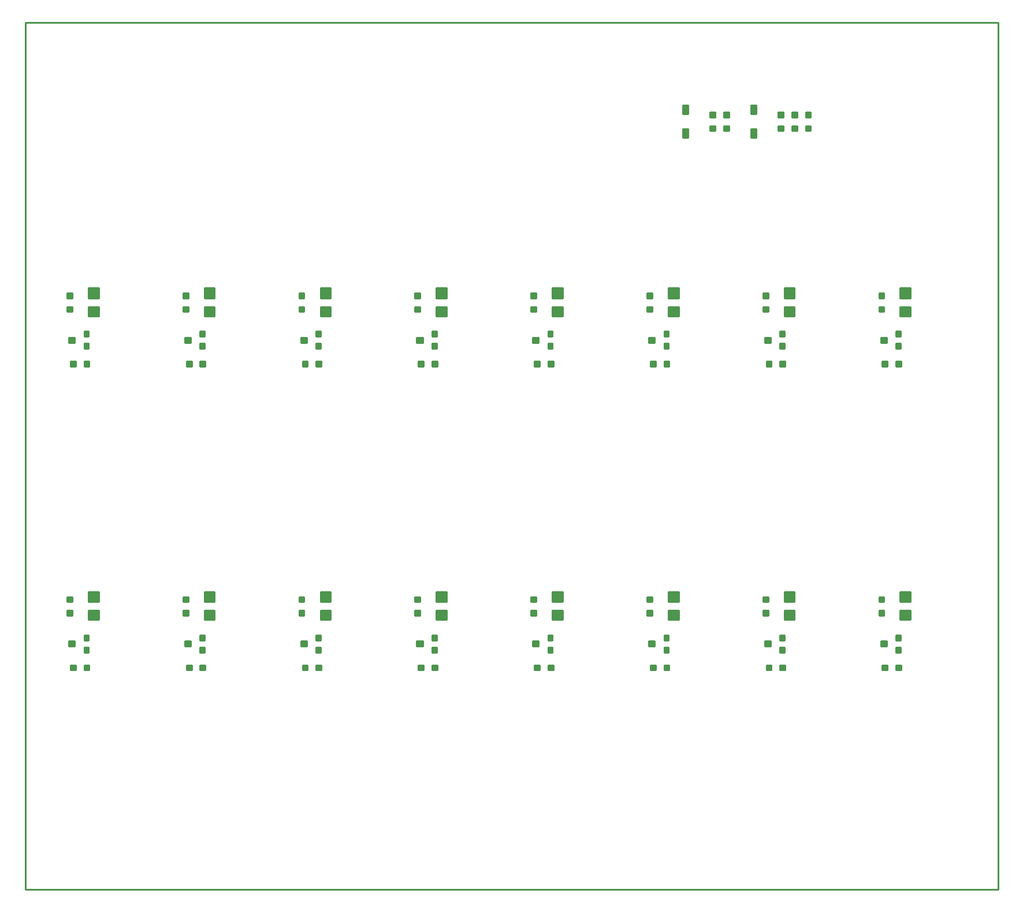
<source format=gbr>
*
*
G04 PADS Layout (Build Number 2005.266.2) generated Gerber (RS-274-X) file*
G04 PC Version=2.1*
*
%IN "cecs_module_relay_1031."*%
*
%MOMM*%
*
%FSLAX35Y35*%
*
*
*
*
G04 PC Standard Apertures*
*
*
G04 Thermal Relief Aperture macro.*
%AMTER*
1,1,$1,0,0*
1,0,$1-$2,0,0*
21,0,$3,$4,0,0,45*
21,0,$3,$4,0,0,135*
%
*
*
G04 Annular Aperture macro.*
%AMANN*
1,1,$1,0,0*
1,0,$2,0,0*
%
*
*
G04 Odd Aperture macro.*
%AMODD*
1,1,$1,0,0*
1,0,$1-0.005,0,0*
%
*
*
G04 PC Custom Aperture Macros*
*
*
*
*
*
*
G04 PC Aperture Table*
*
%ADD058C,0.254*%
*
*
*
*
G04 PC Custom Flashes*
G04 Layer Name cecs_module_relay_1031. - flashes*
%LPD*%
*
*
G04 PC Circuitry*
G04 Layer Name cecs_module_relay_1031. - circuitry*
%LPD*%
*
G54D58*
G01X35512300Y24087300D02*
Y24012700D01*
X35437700*
Y24087300*
X35512300*
X35437700Y24012700D02*
X35512300D01*
X35437700Y24038100D02*
X35512300D01*
X35437700Y24063500D02*
X35512300D01*
X35458400Y24012700D02*
Y24087300D01*
X35483800Y24012700D02*
Y24087300D01*
X35509200Y24012700D02*
Y24087300D01*
X35512300Y23812700D02*
Y23887300D01*
X35437700*
Y23812700*
X35512300*
X35437700D02*
X35512300D01*
X35437700Y23838100D02*
X35512300D01*
X35437700Y23863500D02*
X35512300D01*
X35458400Y23812700D02*
Y23887300D01*
X35483800Y23812700D02*
Y23887300D01*
X35509200Y23812700D02*
Y23887300D01*
X35712300Y24087300D02*
Y24012700D01*
X35637700*
Y24087300*
X35712300*
X35637700Y24012700D02*
X35712300D01*
X35637700Y24038100D02*
X35712300D01*
X35637700Y24063500D02*
X35712300D01*
X35661600Y24012700D02*
Y24087300D01*
X35687000Y24012700D02*
Y24087300D01*
X35712300Y23812700D02*
Y23887300D01*
X35637700*
Y23812700*
X35712300*
X35637700D02*
X35712300D01*
X35637700Y23838100D02*
X35712300D01*
X35637700Y23863500D02*
X35712300D01*
X35661600Y23812700D02*
Y23887300D01*
X35687000Y23812700D02*
Y23887300D01*
X36512300Y24087300D02*
Y24012700D01*
X36437700*
Y24087300*
X36512300*
X36437700Y24012700D02*
X36512300D01*
X36437700Y24038100D02*
X36512300D01*
X36437700Y24063500D02*
X36512300D01*
X36449000Y24012700D02*
Y24087300D01*
X36474400Y24012700D02*
Y24087300D01*
X36499800Y24012700D02*
Y24087300D01*
X36512300Y23812700D02*
Y23887300D01*
X36437700*
Y23812700*
X36512300*
X36437700D02*
X36512300D01*
X36437700Y23838100D02*
X36512300D01*
X36437700Y23863500D02*
X36512300D01*
X36449000Y23812700D02*
Y23887300D01*
X36474400Y23812700D02*
Y23887300D01*
X36499800Y23812700D02*
Y23887300D01*
X36712300Y24087300D02*
Y24012700D01*
X36637700*
Y24087300*
X36712300*
X36637700Y24012700D02*
X36712300D01*
X36637700Y24038100D02*
X36712300D01*
X36637700Y24063500D02*
X36712300D01*
X36652200Y24012700D02*
Y24087300D01*
X36677600Y24012700D02*
Y24087300D01*
X36703000Y24012700D02*
Y24087300D01*
X36712300Y23812700D02*
Y23887300D01*
X36637700*
Y23812700*
X36712300*
X36637700D02*
X36712300D01*
X36637700Y23838100D02*
X36712300D01*
X36637700Y23863500D02*
X36712300D01*
X36652200Y23812700D02*
Y23887300D01*
X36677600Y23812700D02*
Y23887300D01*
X36703000Y23812700D02*
Y23887300D01*
X36912300Y24087300D02*
Y24012700D01*
X36837700*
Y24087300*
X36912300*
X36837700Y24012700D02*
X36912300D01*
X36837700Y24038100D02*
X36912300D01*
X36837700Y24063500D02*
X36912300D01*
X36855400Y24012700D02*
Y24087300D01*
X36880800Y24012700D02*
Y24087300D01*
X36906200Y24012700D02*
Y24087300D01*
X36912300Y23812700D02*
Y23887300D01*
X36837700*
Y23812700*
X36912300*
X36837700D02*
X36912300D01*
X36837700Y23838100D02*
X36912300D01*
X36837700Y23863500D02*
X36912300D01*
X36855400Y23812700D02*
Y23887300D01*
X36880800Y23812700D02*
Y23887300D01*
X36906200Y23812700D02*
Y23887300D01*
X36037700Y23712700D02*
Y23837300D01*
X36112300*
Y23712700*
X36037700*
X36112300*
X36037700Y23738100D02*
X36112300D01*
X36037700Y23763500D02*
X36112300D01*
X36037700Y23788900D02*
X36112300D01*
X36037700Y23814300D02*
X36112300D01*
X36042600Y23712700D02*
Y23837300D01*
X36068000Y23712700D02*
Y23837300D01*
X36093400Y23712700D02*
Y23837300D01*
X36037700Y24187300D02*
Y24062700D01*
X36112300*
Y24187300*
X36037700*
Y24062700D02*
X36112300D01*
X36037700Y24088100D02*
X36112300D01*
X36037700Y24113500D02*
X36112300D01*
X36037700Y24138900D02*
X36112300D01*
X36037700Y24164300D02*
X36112300D01*
X36042600Y24062700D02*
Y24187300D01*
X36068000Y24062700D02*
Y24187300D01*
X36093400Y24062700D02*
Y24187300D01*
X35037700Y23712700D02*
Y23837300D01*
X35112300*
Y23712700*
X35037700*
X35112300*
X35037700Y23738100D02*
X35112300D01*
X35037700Y23763500D02*
X35112300D01*
X35037700Y23788900D02*
X35112300D01*
X35037700Y23814300D02*
X35112300D01*
X35052000Y23712700D02*
Y23837300D01*
X35077400Y23712700D02*
Y23837300D01*
X35102800Y23712700D02*
Y23837300D01*
X35037700Y24187300D02*
Y24062700D01*
X35112300*
Y24187300*
X35037700*
Y24062700D02*
X35112300D01*
X35037700Y24088100D02*
X35112300D01*
X35037700Y24113500D02*
X35112300D01*
X35037700Y24138900D02*
X35112300D01*
X35037700Y24164300D02*
X35112300D01*
X35052000Y24062700D02*
Y24187300D01*
X35077400Y24062700D02*
Y24187300D01*
X35102800Y24062700D02*
Y24187300D01*
X26037700Y16262700D02*
Y16337300D01*
X26124800*
Y16262700*
X26037700*
X26124800*
X26037700Y16288100D02*
X26124800D01*
X26037700Y16313500D02*
X26124800D01*
X26060400Y16262700D02*
Y16337300D01*
X26085800Y16262700D02*
Y16337300D01*
X26111200Y16262700D02*
Y16337300D01*
X26263500Y16173000D02*
Y16249200D01*
X26327000*
Y16173000*
X26263500*
X26327000*
X26263500Y16198400D02*
X26327000D01*
X26263500Y16223800D02*
X26327000D01*
X26263500Y16249200D02*
X26327000D01*
X26263600Y16173000D02*
Y16249200D01*
X26289000Y16173000D02*
Y16249200D01*
X26314400Y16173000D02*
Y16249200D01*
X26263500Y16350800D02*
Y16427000D01*
X26327000*
Y16350800*
X26263500*
X26327000*
X26263500Y16376200D02*
X26327000D01*
X26263500Y16401600D02*
X26327000D01*
X26263500Y16427000D02*
X26327000D01*
X26263600Y16350800D02*
Y16427000D01*
X26289000Y16350800D02*
Y16427000D01*
X26314400Y16350800D02*
Y16427000D01*
X32837700Y20712700D02*
Y20787300D01*
X32924800*
Y20712700*
X32837700*
X32924800*
X32837700Y20738100D02*
X32924800D01*
X32837700Y20763500D02*
X32924800D01*
X32842200Y20712700D02*
Y20787300D01*
X32867600Y20712700D02*
Y20787300D01*
X32893000Y20712700D02*
Y20787300D01*
X32918400Y20712700D02*
Y20787300D01*
X33063500Y20623000D02*
Y20699200D01*
X33127000*
Y20623000*
X33063500*
X33127000*
X33063500Y20648400D02*
X33127000D01*
X33063500Y20673800D02*
X33127000D01*
X33063500Y20699200D02*
X33127000D01*
X33070800Y20623000D02*
Y20699200D01*
X33096200Y20623000D02*
Y20699200D01*
X33121600Y20623000D02*
Y20699200D01*
X33063500Y20800800D02*
Y20877000D01*
X33127000*
Y20800800*
X33063500*
X33127000*
X33063500Y20826200D02*
X33127000D01*
X33063500Y20851600D02*
X33127000D01*
X33063500Y20877000D02*
X33127000D01*
X33070800Y20800800D02*
Y20877000D01*
X33096200Y20800800D02*
Y20877000D01*
X33121600Y20800800D02*
Y20877000D01*
X34537700Y16262700D02*
Y16337300D01*
X34624800*
Y16262700*
X34537700*
X34624800*
X34537700Y16288100D02*
X34624800D01*
X34537700Y16313500D02*
X34624800D01*
X34544000Y16262700D02*
Y16337300D01*
X34569400Y16262700D02*
Y16337300D01*
X34594800Y16262700D02*
Y16337300D01*
X34620200Y16262700D02*
Y16337300D01*
X34763500Y16173000D02*
Y16249200D01*
X34827000*
Y16173000*
X34763500*
X34827000*
X34763500Y16198400D02*
X34827000D01*
X34763500Y16223800D02*
X34827000D01*
X34763500Y16249200D02*
X34827000D01*
X34772600Y16173000D02*
Y16249200D01*
X34798000Y16173000D02*
Y16249200D01*
X34823400Y16173000D02*
Y16249200D01*
X34763500Y16350800D02*
Y16427000D01*
X34827000*
Y16350800*
X34763500*
X34827000*
X34763500Y16376200D02*
X34827000D01*
X34763500Y16401600D02*
X34827000D01*
X34763500Y16427000D02*
X34827000D01*
X34772600Y16350800D02*
Y16427000D01*
X34798000Y16350800D02*
Y16427000D01*
X34823400Y16350800D02*
Y16427000D01*
X34537700Y20712700D02*
Y20787300D01*
X34624800*
Y20712700*
X34537700*
X34624800*
X34537700Y20738100D02*
X34624800D01*
X34537700Y20763500D02*
X34624800D01*
X34544000Y20712700D02*
Y20787300D01*
X34569400Y20712700D02*
Y20787300D01*
X34594800Y20712700D02*
Y20787300D01*
X34620200Y20712700D02*
Y20787300D01*
X34763500Y20623000D02*
Y20699200D01*
X34827000*
Y20623000*
X34763500*
X34827000*
X34763500Y20648400D02*
X34827000D01*
X34763500Y20673800D02*
X34827000D01*
X34763500Y20699200D02*
X34827000D01*
X34772600Y20623000D02*
Y20699200D01*
X34798000Y20623000D02*
Y20699200D01*
X34823400Y20623000D02*
Y20699200D01*
X34763500Y20800800D02*
Y20877000D01*
X34827000*
Y20800800*
X34763500*
X34827000*
X34763500Y20826200D02*
X34827000D01*
X34763500Y20851600D02*
X34827000D01*
X34763500Y20877000D02*
X34827000D01*
X34772600Y20800800D02*
Y20877000D01*
X34798000Y20800800D02*
Y20877000D01*
X34823400Y20800800D02*
Y20877000D01*
X36237700Y16262700D02*
Y16337300D01*
X36324800*
Y16262700*
X36237700*
X36324800*
X36237700Y16288100D02*
X36324800D01*
X36237700Y16313500D02*
X36324800D01*
X36245800Y16262700D02*
Y16337300D01*
X36271200Y16262700D02*
Y16337300D01*
X36296600Y16262700D02*
Y16337300D01*
X36322000Y16262700D02*
Y16337300D01*
X36463500Y16173000D02*
Y16249200D01*
X36527000*
Y16173000*
X36463500*
X36527000*
X36463500Y16198400D02*
X36527000D01*
X36463500Y16223800D02*
X36527000D01*
X36463500Y16249200D02*
X36527000D01*
X36474400Y16173000D02*
Y16249200D01*
X36499800Y16173000D02*
Y16249200D01*
X36525200Y16173000D02*
Y16249200D01*
X36463500Y16350800D02*
Y16427000D01*
X36527000*
Y16350800*
X36463500*
X36527000*
X36463500Y16376200D02*
X36527000D01*
X36463500Y16401600D02*
X36527000D01*
X36463500Y16427000D02*
X36527000D01*
X36474400Y16350800D02*
Y16427000D01*
X36499800Y16350800D02*
Y16427000D01*
X36525200Y16350800D02*
Y16427000D01*
X36237700Y20712700D02*
Y20787300D01*
X36324800*
Y20712700*
X36237700*
X36324800*
X36237700Y20738100D02*
X36324800D01*
X36237700Y20763500D02*
X36324800D01*
X36245800Y20712700D02*
Y20787300D01*
X36271200Y20712700D02*
Y20787300D01*
X36296600Y20712700D02*
Y20787300D01*
X36322000Y20712700D02*
Y20787300D01*
X36463500Y20623000D02*
Y20699200D01*
X36527000*
Y20623000*
X36463500*
X36527000*
X36463500Y20648400D02*
X36527000D01*
X36463500Y20673800D02*
X36527000D01*
X36463500Y20699200D02*
X36527000D01*
X36474400Y20623000D02*
Y20699200D01*
X36499800Y20623000D02*
Y20699200D01*
X36525200Y20623000D02*
Y20699200D01*
X36463500Y20800800D02*
Y20877000D01*
X36527000*
Y20800800*
X36463500*
X36527000*
X36463500Y20826200D02*
X36527000D01*
X36463500Y20851600D02*
X36527000D01*
X36463500Y20877000D02*
X36527000D01*
X36474400Y20800800D02*
Y20877000D01*
X36499800Y20800800D02*
Y20877000D01*
X36525200Y20800800D02*
Y20877000D01*
X37937700Y16262700D02*
Y16337300D01*
X38024800*
Y16262700*
X37937700*
X38024800*
X37937700Y16288100D02*
X38024800D01*
X37937700Y16313500D02*
X38024800D01*
X37947600Y16262700D02*
Y16337300D01*
X37973000Y16262700D02*
Y16337300D01*
X37998400Y16262700D02*
Y16337300D01*
X38023800Y16262700D02*
Y16337300D01*
X38163500Y16173000D02*
Y16249200D01*
X38227000*
Y16173000*
X38163500*
X38227000*
X38163500Y16198400D02*
X38227000D01*
X38163500Y16223800D02*
X38227000D01*
X38163500Y16249200D02*
X38227000D01*
X38176200Y16173000D02*
Y16249200D01*
X38201600Y16173000D02*
Y16249200D01*
X38227000Y16173000D02*
Y16249200D01*
X38163500Y16350800D02*
Y16427000D01*
X38227000*
Y16350800*
X38163500*
X38227000*
X38163500Y16376200D02*
X38227000D01*
X38163500Y16401600D02*
X38227000D01*
X38163500Y16427000D02*
X38227000D01*
X38176200Y16350800D02*
Y16427000D01*
X38201600Y16350800D02*
Y16427000D01*
X38227000Y16350800D02*
Y16427000D01*
X37937700Y20712700D02*
Y20787300D01*
X38024800*
Y20712700*
X37937700*
X38024800*
X37937700Y20738100D02*
X38024800D01*
X37937700Y20763500D02*
X38024800D01*
X37947600Y20712700D02*
Y20787300D01*
X37973000Y20712700D02*
Y20787300D01*
X37998400Y20712700D02*
Y20787300D01*
X38023800Y20712700D02*
Y20787300D01*
X38163500Y20623000D02*
Y20699200D01*
X38227000*
Y20623000*
X38163500*
X38227000*
X38163500Y20648400D02*
X38227000D01*
X38163500Y20673800D02*
X38227000D01*
X38163500Y20699200D02*
X38227000D01*
X38176200Y20623000D02*
Y20699200D01*
X38201600Y20623000D02*
Y20699200D01*
X38227000Y20623000D02*
Y20699200D01*
X38163500Y20800800D02*
Y20877000D01*
X38227000*
Y20800800*
X38163500*
X38227000*
X38163500Y20826200D02*
X38227000D01*
X38163500Y20851600D02*
X38227000D01*
X38163500Y20877000D02*
X38227000D01*
X38176200Y20800800D02*
Y20877000D01*
X38201600Y20800800D02*
Y20877000D01*
X38227000Y20800800D02*
Y20877000D01*
X26037700Y20712700D02*
Y20787300D01*
X26124800*
Y20712700*
X26037700*
X26124800*
X26037700Y20738100D02*
X26124800D01*
X26037700Y20763500D02*
X26124800D01*
X26060400Y20712700D02*
Y20787300D01*
X26085800Y20712700D02*
Y20787300D01*
X26111200Y20712700D02*
Y20787300D01*
X26263500Y20623000D02*
Y20699200D01*
X26327000*
Y20623000*
X26263500*
X26327000*
X26263500Y20648400D02*
X26327000D01*
X26263500Y20673800D02*
X26327000D01*
X26263500Y20699200D02*
X26327000D01*
X26263600Y20623000D02*
Y20699200D01*
X26289000Y20623000D02*
Y20699200D01*
X26314400Y20623000D02*
Y20699200D01*
X26263500Y20800800D02*
Y20877000D01*
X26327000*
Y20800800*
X26263500*
X26327000*
X26263500Y20826200D02*
X26327000D01*
X26263500Y20851600D02*
X26327000D01*
X26263500Y20877000D02*
X26327000D01*
X26263600Y20800800D02*
Y20877000D01*
X26289000Y20800800D02*
Y20877000D01*
X26314400Y20800800D02*
Y20877000D01*
X27737700Y16262700D02*
Y16337300D01*
X27824800*
Y16262700*
X27737700*
X27824800*
X27737700Y16288100D02*
X27824800D01*
X27737700Y16313500D02*
X27824800D01*
X27762200Y16262700D02*
Y16337300D01*
X27787600Y16262700D02*
Y16337300D01*
X27813000Y16262700D02*
Y16337300D01*
X27963500Y16173000D02*
Y16249200D01*
X28027000*
Y16173000*
X27963500*
X28027000*
X27963500Y16198400D02*
X28027000D01*
X27963500Y16223800D02*
X28027000D01*
X27963500Y16249200D02*
X28027000D01*
X27965400Y16173000D02*
Y16249200D01*
X27990800Y16173000D02*
Y16249200D01*
X28016200Y16173000D02*
Y16249200D01*
X27963500Y16350800D02*
Y16427000D01*
X28027000*
Y16350800*
X27963500*
X28027000*
X27963500Y16376200D02*
X28027000D01*
X27963500Y16401600D02*
X28027000D01*
X27963500Y16427000D02*
X28027000D01*
X27965400Y16350800D02*
Y16427000D01*
X27990800Y16350800D02*
Y16427000D01*
X28016200Y16350800D02*
Y16427000D01*
X27737700Y20712700D02*
Y20787300D01*
X27824800*
Y20712700*
X27737700*
X27824800*
X27737700Y20738100D02*
X27824800D01*
X27737700Y20763500D02*
X27824800D01*
X27762200Y20712700D02*
Y20787300D01*
X27787600Y20712700D02*
Y20787300D01*
X27813000Y20712700D02*
Y20787300D01*
X27963500Y20623000D02*
Y20699200D01*
X28027000*
Y20623000*
X27963500*
X28027000*
X27963500Y20648400D02*
X28027000D01*
X27963500Y20673800D02*
X28027000D01*
X27963500Y20699200D02*
X28027000D01*
X27965400Y20623000D02*
Y20699200D01*
X27990800Y20623000D02*
Y20699200D01*
X28016200Y20623000D02*
Y20699200D01*
X27963500Y20800800D02*
Y20877000D01*
X28027000*
Y20800800*
X27963500*
X28027000*
X27963500Y20826200D02*
X28027000D01*
X27963500Y20851600D02*
X28027000D01*
X27963500Y20877000D02*
X28027000D01*
X27965400Y20800800D02*
Y20877000D01*
X27990800Y20800800D02*
Y20877000D01*
X28016200Y20800800D02*
Y20877000D01*
X29437700Y16262700D02*
Y16337300D01*
X29524800*
Y16262700*
X29437700*
X29524800*
X29437700Y16288100D02*
X29524800D01*
X29437700Y16313500D02*
X29524800D01*
X29438600Y16262700D02*
Y16337300D01*
X29464000Y16262700D02*
Y16337300D01*
X29489400Y16262700D02*
Y16337300D01*
X29514800Y16262700D02*
Y16337300D01*
X29663500Y16173000D02*
Y16249200D01*
X29727000*
Y16173000*
X29663500*
X29727000*
X29663500Y16198400D02*
X29727000D01*
X29663500Y16223800D02*
X29727000D01*
X29663500Y16249200D02*
X29727000D01*
X29667200Y16173000D02*
Y16249200D01*
X29692600Y16173000D02*
Y16249200D01*
X29718000Y16173000D02*
Y16249200D01*
X29663500Y16350800D02*
Y16427000D01*
X29727000*
Y16350800*
X29663500*
X29727000*
X29663500Y16376200D02*
X29727000D01*
X29663500Y16401600D02*
X29727000D01*
X29663500Y16427000D02*
X29727000D01*
X29667200Y16350800D02*
Y16427000D01*
X29692600Y16350800D02*
Y16427000D01*
X29718000Y16350800D02*
Y16427000D01*
X29437700Y20712700D02*
Y20787300D01*
X29524800*
Y20712700*
X29437700*
X29524800*
X29437700Y20738100D02*
X29524800D01*
X29437700Y20763500D02*
X29524800D01*
X29438600Y20712700D02*
Y20787300D01*
X29464000Y20712700D02*
Y20787300D01*
X29489400Y20712700D02*
Y20787300D01*
X29514800Y20712700D02*
Y20787300D01*
X29663500Y20623000D02*
Y20699200D01*
X29727000*
Y20623000*
X29663500*
X29727000*
X29663500Y20648400D02*
X29727000D01*
X29663500Y20673800D02*
X29727000D01*
X29663500Y20699200D02*
X29727000D01*
X29667200Y20623000D02*
Y20699200D01*
X29692600Y20623000D02*
Y20699200D01*
X29718000Y20623000D02*
Y20699200D01*
X29663500Y20800800D02*
Y20877000D01*
X29727000*
Y20800800*
X29663500*
X29727000*
X29663500Y20826200D02*
X29727000D01*
X29663500Y20851600D02*
X29727000D01*
X29663500Y20877000D02*
X29727000D01*
X29667200Y20800800D02*
Y20877000D01*
X29692600Y20800800D02*
Y20877000D01*
X29718000Y20800800D02*
Y20877000D01*
X31137700Y16262700D02*
Y16337300D01*
X31224800*
Y16262700*
X31137700*
X31224800*
X31137700Y16288100D02*
X31224800D01*
X31137700Y16313500D02*
X31224800D01*
X31140400Y16262700D02*
Y16337300D01*
X31165800Y16262700D02*
Y16337300D01*
X31191200Y16262700D02*
Y16337300D01*
X31216600Y16262700D02*
Y16337300D01*
X31363500Y16173000D02*
Y16249200D01*
X31427000*
Y16173000*
X31363500*
X31427000*
X31363500Y16198400D02*
X31427000D01*
X31363500Y16223800D02*
X31427000D01*
X31363500Y16249200D02*
X31427000D01*
X31369000Y16173000D02*
Y16249200D01*
X31394400Y16173000D02*
Y16249200D01*
X31419800Y16173000D02*
Y16249200D01*
X31363500Y16350800D02*
Y16427000D01*
X31427000*
Y16350800*
X31363500*
X31427000*
X31363500Y16376200D02*
X31427000D01*
X31363500Y16401600D02*
X31427000D01*
X31363500Y16427000D02*
X31427000D01*
X31369000Y16350800D02*
Y16427000D01*
X31394400Y16350800D02*
Y16427000D01*
X31419800Y16350800D02*
Y16427000D01*
X31137700Y20712700D02*
Y20787300D01*
X31224800*
Y20712700*
X31137700*
X31224800*
X31137700Y20738100D02*
X31224800D01*
X31137700Y20763500D02*
X31224800D01*
X31140400Y20712700D02*
Y20787300D01*
X31165800Y20712700D02*
Y20787300D01*
X31191200Y20712700D02*
Y20787300D01*
X31216600Y20712700D02*
Y20787300D01*
X31363500Y20623000D02*
Y20699200D01*
X31427000*
Y20623000*
X31363500*
X31427000*
X31363500Y20648400D02*
X31427000D01*
X31363500Y20673800D02*
X31427000D01*
X31363500Y20699200D02*
X31427000D01*
X31369000Y20623000D02*
Y20699200D01*
X31394400Y20623000D02*
Y20699200D01*
X31419800Y20623000D02*
Y20699200D01*
X31363500Y20800800D02*
Y20877000D01*
X31427000*
Y20800800*
X31363500*
X31427000*
X31363500Y20826200D02*
X31427000D01*
X31363500Y20851600D02*
X31427000D01*
X31363500Y20877000D02*
X31427000D01*
X31369000Y20800800D02*
Y20877000D01*
X31394400Y20800800D02*
Y20877000D01*
X31419800Y20800800D02*
Y20877000D01*
X32837700Y16262700D02*
Y16337300D01*
X32924800*
Y16262700*
X32837700*
X32924800*
X32837700Y16288100D02*
X32924800D01*
X32837700Y16313500D02*
X32924800D01*
X32842200Y16262700D02*
Y16337300D01*
X32867600Y16262700D02*
Y16337300D01*
X32893000Y16262700D02*
Y16337300D01*
X32918400Y16262700D02*
Y16337300D01*
X33063500Y16173000D02*
Y16249200D01*
X33127000*
Y16173000*
X33063500*
X33127000*
X33063500Y16198400D02*
X33127000D01*
X33063500Y16223800D02*
X33127000D01*
X33063500Y16249200D02*
X33127000D01*
X33070800Y16173000D02*
Y16249200D01*
X33096200Y16173000D02*
Y16249200D01*
X33121600Y16173000D02*
Y16249200D01*
X33063500Y16350800D02*
Y16427000D01*
X33127000*
Y16350800*
X33063500*
X33127000*
X33063500Y16376200D02*
X33127000D01*
X33063500Y16401600D02*
X33127000D01*
X33063500Y16427000D02*
X33127000D01*
X33070800Y16350800D02*
Y16427000D01*
X33096200Y16350800D02*
Y16427000D01*
X33121600Y16350800D02*
Y16427000D01*
X26325200Y16650200D02*
Y16787300D01*
X26474800*
Y16650200*
X26325200*
X26474800*
X26325200Y16675600D02*
X26474800D01*
X26325200Y16701000D02*
X26474800D01*
X26325200Y16726400D02*
X26474800D01*
X26325200Y16751800D02*
X26474800D01*
X26325200Y16777200D02*
X26474800D01*
X26339800Y16650200D02*
Y16787300D01*
X26365200Y16650200D02*
Y16787300D01*
X26390600Y16650200D02*
Y16787300D01*
X26416000Y16650200D02*
Y16787300D01*
X26441400Y16650200D02*
Y16787300D01*
X26466800Y16650200D02*
Y16787300D01*
X26325200Y16912700D02*
Y17062300D01*
X26474800*
Y16912700*
X26325200*
X26474800*
X26325200Y16938100D02*
X26474800D01*
X26325200Y16963500D02*
X26474800D01*
X26325200Y16988900D02*
X26474800D01*
X26325200Y17014300D02*
X26474800D01*
X26325200Y17039700D02*
X26474800D01*
X26339800Y16912700D02*
Y17062300D01*
X26365200Y16912700D02*
Y17062300D01*
X26390600Y16912700D02*
Y17062300D01*
X26416000Y16912700D02*
Y17062300D01*
X26441400Y16912700D02*
Y17062300D01*
X26466800Y16912700D02*
Y17062300D01*
X27787300Y21237300D02*
Y21162700D01*
X27712700*
Y21237300*
X27787300*
X27712700Y21162700D02*
X27787300D01*
X27712700Y21188100D02*
X27787300D01*
X27712700Y21213500D02*
X27787300D01*
X27736800Y21162700D02*
Y21237300D01*
X27762200Y21162700D02*
Y21237300D01*
X27787300Y21437300D02*
Y21362700D01*
X27712700*
Y21437300*
X27787300*
X27712700Y21362700D02*
X27787300D01*
X27712700Y21388100D02*
X27787300D01*
X27712700Y21413500D02*
X27787300D01*
X27736800Y21362700D02*
Y21437300D01*
X27762200Y21362700D02*
Y21437300D01*
X27837300Y15912700D02*
X27762700D01*
Y15987300*
X27837300*
Y15912700*
X27762700D02*
X27837300D01*
X27762700Y15938100D02*
X27837300D01*
X27762700Y15963500D02*
X27837300D01*
X27787600Y15912700D02*
Y15987300D01*
X27813000Y15912700D02*
Y15987300D01*
X28037300Y15912700D02*
X27962700D01*
Y15987300*
X28037300*
Y15912700*
X27962700D02*
X28037300D01*
X27962700Y15938100D02*
X28037300D01*
X27962700Y15963500D02*
X28037300D01*
X27965400Y15912700D02*
Y15987300D01*
X27990800Y15912700D02*
Y15987300D01*
X28016200Y15912700D02*
Y15987300D01*
X27837300Y20362700D02*
X27762700D01*
Y20437300*
X27837300*
Y20362700*
X27762700D02*
X27837300D01*
X27762700Y20388100D02*
X27837300D01*
X27762700Y20413500D02*
X27837300D01*
X27787600Y20362700D02*
Y20437300D01*
X27813000Y20362700D02*
Y20437300D01*
X28037300Y20362700D02*
X27962700D01*
Y20437300*
X28037300*
Y20362700*
X27962700D02*
X28037300D01*
X27962700Y20388100D02*
X28037300D01*
X27962700Y20413500D02*
X28037300D01*
X27965400Y20362700D02*
Y20437300D01*
X27990800Y20362700D02*
Y20437300D01*
X28016200Y20362700D02*
Y20437300D01*
X29725200Y16650200D02*
Y16787300D01*
X29874800*
Y16650200*
X29725200*
X29874800*
X29725200Y16675600D02*
X29874800D01*
X29725200Y16701000D02*
X29874800D01*
X29725200Y16726400D02*
X29874800D01*
X29725200Y16751800D02*
X29874800D01*
X29725200Y16777200D02*
X29874800D01*
X29743400Y16650200D02*
Y16787300D01*
X29768800Y16650200D02*
Y16787300D01*
X29794200Y16650200D02*
Y16787300D01*
X29819600Y16650200D02*
Y16787300D01*
X29845000Y16650200D02*
Y16787300D01*
X29870400Y16650200D02*
Y16787300D01*
X29725200Y16912700D02*
Y17062300D01*
X29874800*
Y16912700*
X29725200*
X29874800*
X29725200Y16938100D02*
X29874800D01*
X29725200Y16963500D02*
X29874800D01*
X29725200Y16988900D02*
X29874800D01*
X29725200Y17014300D02*
X29874800D01*
X29725200Y17039700D02*
X29874800D01*
X29743400Y16912700D02*
Y17062300D01*
X29768800Y16912700D02*
Y17062300D01*
X29794200Y16912700D02*
Y17062300D01*
X29819600Y16912700D02*
Y17062300D01*
X29845000Y16912700D02*
Y17062300D01*
X29870400Y16912700D02*
Y17062300D01*
X29725200Y21100200D02*
Y21237300D01*
X29874800*
Y21100200*
X29725200*
X29874800*
X29725200Y21125600D02*
X29874800D01*
X29725200Y21151000D02*
X29874800D01*
X29725200Y21176400D02*
X29874800D01*
X29725200Y21201800D02*
X29874800D01*
X29725200Y21227200D02*
X29874800D01*
X29743400Y21100200D02*
Y21237300D01*
X29768800Y21100200D02*
Y21237300D01*
X29794200Y21100200D02*
Y21237300D01*
X29819600Y21100200D02*
Y21237300D01*
X29845000Y21100200D02*
Y21237300D01*
X29870400Y21100200D02*
Y21237300D01*
X29725200Y21362700D02*
Y21512300D01*
X29874800*
Y21362700*
X29725200*
X29874800*
X29725200Y21388100D02*
X29874800D01*
X29725200Y21413500D02*
X29874800D01*
X29725200Y21438900D02*
X29874800D01*
X29725200Y21464300D02*
X29874800D01*
X29725200Y21489700D02*
X29874800D01*
X29743400Y21362700D02*
Y21512300D01*
X29768800Y21362700D02*
Y21512300D01*
X29794200Y21362700D02*
Y21512300D01*
X29819600Y21362700D02*
Y21512300D01*
X29845000Y21362700D02*
Y21512300D01*
X29870400Y21362700D02*
Y21512300D01*
X29487300Y16787300D02*
Y16712700D01*
X29412700*
Y16787300*
X29487300*
X29412700Y16712700D02*
X29487300D01*
X29412700Y16738100D02*
X29487300D01*
X29412700Y16763500D02*
X29487300D01*
X29413200Y16712700D02*
Y16787300D01*
X29438600Y16712700D02*
Y16787300D01*
X29464000Y16712700D02*
Y16787300D01*
X29487300Y16987300D02*
Y16912700D01*
X29412700*
Y16987300*
X29487300*
X29412700Y16912700D02*
X29487300D01*
X29412700Y16938100D02*
X29487300D01*
X29412700Y16963500D02*
X29487300D01*
X29413200Y16912700D02*
Y16987300D01*
X29438600Y16912700D02*
Y16987300D01*
X29464000Y16912700D02*
Y16987300D01*
X29487300Y21237300D02*
Y21162700D01*
X29412700*
Y21237300*
X29487300*
X29412700Y21162700D02*
X29487300D01*
X29412700Y21188100D02*
X29487300D01*
X29412700Y21213500D02*
X29487300D01*
X29413200Y21162700D02*
Y21237300D01*
X29438600Y21162700D02*
Y21237300D01*
X29464000Y21162700D02*
Y21237300D01*
X29487300Y21437300D02*
Y21362700D01*
X29412700*
Y21437300*
X29487300*
X29412700Y21362700D02*
X29487300D01*
X29412700Y21388100D02*
X29487300D01*
X29412700Y21413500D02*
X29487300D01*
X29413200Y21362700D02*
Y21437300D01*
X29438600Y21362700D02*
Y21437300D01*
X29464000Y21362700D02*
Y21437300D01*
X29537300Y15912700D02*
X29462700D01*
Y15987300*
X29537300*
Y15912700*
X29462700D02*
X29537300D01*
X29462700Y15938100D02*
X29537300D01*
X29462700Y15963500D02*
X29537300D01*
X29464000Y15912700D02*
Y15987300D01*
X29489400Y15912700D02*
Y15987300D01*
X29514800Y15912700D02*
Y15987300D01*
X29737300Y15912700D02*
X29662700D01*
Y15987300*
X29737300*
Y15912700*
X29662700D02*
X29737300D01*
X29662700Y15938100D02*
X29737300D01*
X29662700Y15963500D02*
X29737300D01*
X29667200Y15912700D02*
Y15987300D01*
X29692600Y15912700D02*
Y15987300D01*
X29718000Y15912700D02*
Y15987300D01*
X29537300Y20362700D02*
X29462700D01*
Y20437300*
X29537300*
Y20362700*
X29462700D02*
X29537300D01*
X29462700Y20388100D02*
X29537300D01*
X29462700Y20413500D02*
X29537300D01*
X29464000Y20362700D02*
Y20437300D01*
X29489400Y20362700D02*
Y20437300D01*
X29514800Y20362700D02*
Y20437300D01*
X29737300Y20362700D02*
X29662700D01*
Y20437300*
X29737300*
Y20362700*
X29662700D02*
X29737300D01*
X29662700Y20388100D02*
X29737300D01*
X29662700Y20413500D02*
X29737300D01*
X29667200Y20362700D02*
Y20437300D01*
X29692600Y20362700D02*
Y20437300D01*
X29718000Y20362700D02*
Y20437300D01*
X31425200Y16650200D02*
Y16787300D01*
X31574800*
Y16650200*
X31425200*
X31574800*
X31425200Y16675600D02*
X31574800D01*
X31425200Y16701000D02*
X31574800D01*
X31425200Y16726400D02*
X31574800D01*
X31425200Y16751800D02*
X31574800D01*
X31425200Y16777200D02*
X31574800D01*
X31445200Y16650200D02*
Y16787300D01*
X31470600Y16650200D02*
Y16787300D01*
X31496000Y16650200D02*
Y16787300D01*
X31521400Y16650200D02*
Y16787300D01*
X31546800Y16650200D02*
Y16787300D01*
X31572200Y16650200D02*
Y16787300D01*
X31425200Y16912700D02*
Y17062300D01*
X31574800*
Y16912700*
X31425200*
X31574800*
X31425200Y16938100D02*
X31574800D01*
X31425200Y16963500D02*
X31574800D01*
X31425200Y16988900D02*
X31574800D01*
X31425200Y17014300D02*
X31574800D01*
X31425200Y17039700D02*
X31574800D01*
X31445200Y16912700D02*
Y17062300D01*
X31470600Y16912700D02*
Y17062300D01*
X31496000Y16912700D02*
Y17062300D01*
X31521400Y16912700D02*
Y17062300D01*
X31546800Y16912700D02*
Y17062300D01*
X31572200Y16912700D02*
Y17062300D01*
X26325200Y21100200D02*
Y21237300D01*
X26474800*
Y21100200*
X26325200*
X26474800*
X26325200Y21125600D02*
X26474800D01*
X26325200Y21151000D02*
X26474800D01*
X26325200Y21176400D02*
X26474800D01*
X26325200Y21201800D02*
X26474800D01*
X26325200Y21227200D02*
X26474800D01*
X26339800Y21100200D02*
Y21237300D01*
X26365200Y21100200D02*
Y21237300D01*
X26390600Y21100200D02*
Y21237300D01*
X26416000Y21100200D02*
Y21237300D01*
X26441400Y21100200D02*
Y21237300D01*
X26466800Y21100200D02*
Y21237300D01*
X26325200Y21362700D02*
Y21512300D01*
X26474800*
Y21362700*
X26325200*
X26474800*
X26325200Y21388100D02*
X26474800D01*
X26325200Y21413500D02*
X26474800D01*
X26325200Y21438900D02*
X26474800D01*
X26325200Y21464300D02*
X26474800D01*
X26325200Y21489700D02*
X26474800D01*
X26339800Y21362700D02*
Y21512300D01*
X26365200Y21362700D02*
Y21512300D01*
X26390600Y21362700D02*
Y21512300D01*
X26416000Y21362700D02*
Y21512300D01*
X26441400Y21362700D02*
Y21512300D01*
X26466800Y21362700D02*
Y21512300D01*
X31425200Y21100200D02*
Y21237300D01*
X31574800*
Y21100200*
X31425200*
X31574800*
X31425200Y21125600D02*
X31574800D01*
X31425200Y21151000D02*
X31574800D01*
X31425200Y21176400D02*
X31574800D01*
X31425200Y21201800D02*
X31574800D01*
X31425200Y21227200D02*
X31574800D01*
X31445200Y21100200D02*
Y21237300D01*
X31470600Y21100200D02*
Y21237300D01*
X31496000Y21100200D02*
Y21237300D01*
X31521400Y21100200D02*
Y21237300D01*
X31546800Y21100200D02*
Y21237300D01*
X31572200Y21100200D02*
Y21237300D01*
X31425200Y21362700D02*
Y21512300D01*
X31574800*
Y21362700*
X31425200*
X31574800*
X31425200Y21388100D02*
X31574800D01*
X31425200Y21413500D02*
X31574800D01*
X31425200Y21438900D02*
X31574800D01*
X31425200Y21464300D02*
X31574800D01*
X31425200Y21489700D02*
X31574800D01*
X31445200Y21362700D02*
Y21512300D01*
X31470600Y21362700D02*
Y21512300D01*
X31496000Y21362700D02*
Y21512300D01*
X31521400Y21362700D02*
Y21512300D01*
X31546800Y21362700D02*
Y21512300D01*
X31572200Y21362700D02*
Y21512300D01*
X31187300Y16787300D02*
Y16712700D01*
X31112700*
Y16787300*
X31187300*
X31112700Y16712700D02*
X31187300D01*
X31112700Y16738100D02*
X31187300D01*
X31112700Y16763500D02*
X31187300D01*
X31115000Y16712700D02*
Y16787300D01*
X31140400Y16712700D02*
Y16787300D01*
X31165800Y16712700D02*
Y16787300D01*
X31187300Y16987300D02*
Y16912700D01*
X31112700*
Y16987300*
X31187300*
X31112700Y16912700D02*
X31187300D01*
X31112700Y16938100D02*
X31187300D01*
X31112700Y16963500D02*
X31187300D01*
X31115000Y16912700D02*
Y16987300D01*
X31140400Y16912700D02*
Y16987300D01*
X31165800Y16912700D02*
Y16987300D01*
X31187300Y21237300D02*
Y21162700D01*
X31112700*
Y21237300*
X31187300*
X31112700Y21162700D02*
X31187300D01*
X31112700Y21188100D02*
X31187300D01*
X31112700Y21213500D02*
X31187300D01*
X31115000Y21162700D02*
Y21237300D01*
X31140400Y21162700D02*
Y21237300D01*
X31165800Y21162700D02*
Y21237300D01*
X31187300Y21437300D02*
Y21362700D01*
X31112700*
Y21437300*
X31187300*
X31112700Y21362700D02*
X31187300D01*
X31112700Y21388100D02*
X31187300D01*
X31112700Y21413500D02*
X31187300D01*
X31115000Y21362700D02*
Y21437300D01*
X31140400Y21362700D02*
Y21437300D01*
X31165800Y21362700D02*
Y21437300D01*
X31237300Y15912700D02*
X31162700D01*
Y15987300*
X31237300*
Y15912700*
X31162700D02*
X31237300D01*
X31162700Y15938100D02*
X31237300D01*
X31162700Y15963500D02*
X31237300D01*
X31165800Y15912700D02*
Y15987300D01*
X31191200Y15912700D02*
Y15987300D01*
X31216600Y15912700D02*
Y15987300D01*
X31437300Y15912700D02*
X31362700D01*
Y15987300*
X31437300*
Y15912700*
X31362700D02*
X31437300D01*
X31362700Y15938100D02*
X31437300D01*
X31362700Y15963500D02*
X31437300D01*
X31369000Y15912700D02*
Y15987300D01*
X31394400Y15912700D02*
Y15987300D01*
X31419800Y15912700D02*
Y15987300D01*
X31237300Y20362700D02*
X31162700D01*
Y20437300*
X31237300*
Y20362700*
X31162700D02*
X31237300D01*
X31162700Y20388100D02*
X31237300D01*
X31162700Y20413500D02*
X31237300D01*
X31165800Y20362700D02*
Y20437300D01*
X31191200Y20362700D02*
Y20437300D01*
X31216600Y20362700D02*
Y20437300D01*
X31437300Y20362700D02*
X31362700D01*
Y20437300*
X31437300*
Y20362700*
X31362700D02*
X31437300D01*
X31362700Y20388100D02*
X31437300D01*
X31362700Y20413500D02*
X31437300D01*
X31369000Y20362700D02*
Y20437300D01*
X31394400Y20362700D02*
Y20437300D01*
X31419800Y20362700D02*
Y20437300D01*
X33125200Y16650200D02*
Y16787300D01*
X33274800*
Y16650200*
X33125200*
X33274800*
X33125200Y16675600D02*
X33274800D01*
X33125200Y16701000D02*
X33274800D01*
X33125200Y16726400D02*
X33274800D01*
X33125200Y16751800D02*
X33274800D01*
X33125200Y16777200D02*
X33274800D01*
X33147000Y16650200D02*
Y16787300D01*
X33172400Y16650200D02*
Y16787300D01*
X33197800Y16650200D02*
Y16787300D01*
X33223200Y16650200D02*
Y16787300D01*
X33248600Y16650200D02*
Y16787300D01*
X33274000Y16650200D02*
Y16787300D01*
X33125200Y16912700D02*
Y17062300D01*
X33274800*
Y16912700*
X33125200*
X33274800*
X33125200Y16938100D02*
X33274800D01*
X33125200Y16963500D02*
X33274800D01*
X33125200Y16988900D02*
X33274800D01*
X33125200Y17014300D02*
X33274800D01*
X33125200Y17039700D02*
X33274800D01*
X33147000Y16912700D02*
Y17062300D01*
X33172400Y16912700D02*
Y17062300D01*
X33197800Y16912700D02*
Y17062300D01*
X33223200Y16912700D02*
Y17062300D01*
X33248600Y16912700D02*
Y17062300D01*
X33274000Y16912700D02*
Y17062300D01*
X33125200Y21100200D02*
Y21237300D01*
X33274800*
Y21100200*
X33125200*
X33274800*
X33125200Y21125600D02*
X33274800D01*
X33125200Y21151000D02*
X33274800D01*
X33125200Y21176400D02*
X33274800D01*
X33125200Y21201800D02*
X33274800D01*
X33125200Y21227200D02*
X33274800D01*
X33147000Y21100200D02*
Y21237300D01*
X33172400Y21100200D02*
Y21237300D01*
X33197800Y21100200D02*
Y21237300D01*
X33223200Y21100200D02*
Y21237300D01*
X33248600Y21100200D02*
Y21237300D01*
X33274000Y21100200D02*
Y21237300D01*
X33125200Y21362700D02*
Y21512300D01*
X33274800*
Y21362700*
X33125200*
X33274800*
X33125200Y21388100D02*
X33274800D01*
X33125200Y21413500D02*
X33274800D01*
X33125200Y21438900D02*
X33274800D01*
X33125200Y21464300D02*
X33274800D01*
X33125200Y21489700D02*
X33274800D01*
X33147000Y21362700D02*
Y21512300D01*
X33172400Y21362700D02*
Y21512300D01*
X33197800Y21362700D02*
Y21512300D01*
X33223200Y21362700D02*
Y21512300D01*
X33248600Y21362700D02*
Y21512300D01*
X33274000Y21362700D02*
Y21512300D01*
X32887300Y16787300D02*
Y16712700D01*
X32812700*
Y16787300*
X32887300*
X32812700Y16712700D02*
X32887300D01*
X32812700Y16738100D02*
X32887300D01*
X32812700Y16763500D02*
X32887300D01*
X32816800Y16712700D02*
Y16787300D01*
X32842200Y16712700D02*
Y16787300D01*
X32867600Y16712700D02*
Y16787300D01*
X32887300Y16987300D02*
Y16912700D01*
X32812700*
Y16987300*
X32887300*
X32812700Y16912700D02*
X32887300D01*
X32812700Y16938100D02*
X32887300D01*
X32812700Y16963500D02*
X32887300D01*
X32816800Y16912700D02*
Y16987300D01*
X32842200Y16912700D02*
Y16987300D01*
X32867600Y16912700D02*
Y16987300D01*
X32887300Y21237300D02*
Y21162700D01*
X32812700*
Y21237300*
X32887300*
X32812700Y21162700D02*
X32887300D01*
X32812700Y21188100D02*
X32887300D01*
X32812700Y21213500D02*
X32887300D01*
X32816800Y21162700D02*
Y21237300D01*
X32842200Y21162700D02*
Y21237300D01*
X32867600Y21162700D02*
Y21237300D01*
X32887300Y21437300D02*
Y21362700D01*
X32812700*
Y21437300*
X32887300*
X32812700Y21362700D02*
X32887300D01*
X32812700Y21388100D02*
X32887300D01*
X32812700Y21413500D02*
X32887300D01*
X32816800Y21362700D02*
Y21437300D01*
X32842200Y21362700D02*
Y21437300D01*
X32867600Y21362700D02*
Y21437300D01*
X32937300Y15912700D02*
X32862700D01*
Y15987300*
X32937300*
Y15912700*
X32862700D02*
X32937300D01*
X32862700Y15938100D02*
X32937300D01*
X32862700Y15963500D02*
X32937300D01*
X32867600Y15912700D02*
Y15987300D01*
X32893000Y15912700D02*
Y15987300D01*
X32918400Y15912700D02*
Y15987300D01*
X33137300Y15912700D02*
X33062700D01*
Y15987300*
X33137300*
Y15912700*
X33062700D02*
X33137300D01*
X33062700Y15938100D02*
X33137300D01*
X33062700Y15963500D02*
X33137300D01*
X33070800Y15912700D02*
Y15987300D01*
X33096200Y15912700D02*
Y15987300D01*
X33121600Y15912700D02*
Y15987300D01*
X26087300Y16787300D02*
Y16712700D01*
X26012700*
Y16787300*
X26087300*
X26012700Y16712700D02*
X26087300D01*
X26012700Y16738100D02*
X26087300D01*
X26012700Y16763500D02*
X26087300D01*
X26035000Y16712700D02*
Y16787300D01*
X26060400Y16712700D02*
Y16787300D01*
X26085800Y16712700D02*
Y16787300D01*
X26087300Y16987300D02*
Y16912700D01*
X26012700*
Y16987300*
X26087300*
X26012700Y16912700D02*
X26087300D01*
X26012700Y16938100D02*
X26087300D01*
X26012700Y16963500D02*
X26087300D01*
X26035000Y16912700D02*
Y16987300D01*
X26060400Y16912700D02*
Y16987300D01*
X26085800Y16912700D02*
Y16987300D01*
X32937300Y20362700D02*
X32862700D01*
Y20437300*
X32937300*
Y20362700*
X32862700D02*
X32937300D01*
X32862700Y20388100D02*
X32937300D01*
X32862700Y20413500D02*
X32937300D01*
X32867600Y20362700D02*
Y20437300D01*
X32893000Y20362700D02*
Y20437300D01*
X32918400Y20362700D02*
Y20437300D01*
X33137300Y20362700D02*
X33062700D01*
Y20437300*
X33137300*
Y20362700*
X33062700D02*
X33137300D01*
X33062700Y20388100D02*
X33137300D01*
X33062700Y20413500D02*
X33137300D01*
X33070800Y20362700D02*
Y20437300D01*
X33096200Y20362700D02*
Y20437300D01*
X33121600Y20362700D02*
Y20437300D01*
X34825200Y16650200D02*
Y16787300D01*
X34974800*
Y16650200*
X34825200*
X34974800*
X34825200Y16675600D02*
X34974800D01*
X34825200Y16701000D02*
X34974800D01*
X34825200Y16726400D02*
X34974800D01*
X34825200Y16751800D02*
X34974800D01*
X34825200Y16777200D02*
X34974800D01*
X34848800Y16650200D02*
Y16787300D01*
X34874200Y16650200D02*
Y16787300D01*
X34899600Y16650200D02*
Y16787300D01*
X34925000Y16650200D02*
Y16787300D01*
X34950400Y16650200D02*
Y16787300D01*
X34825200Y16912700D02*
Y17062300D01*
X34974800*
Y16912700*
X34825200*
X34974800*
X34825200Y16938100D02*
X34974800D01*
X34825200Y16963500D02*
X34974800D01*
X34825200Y16988900D02*
X34974800D01*
X34825200Y17014300D02*
X34974800D01*
X34825200Y17039700D02*
X34974800D01*
X34848800Y16912700D02*
Y17062300D01*
X34874200Y16912700D02*
Y17062300D01*
X34899600Y16912700D02*
Y17062300D01*
X34925000Y16912700D02*
Y17062300D01*
X34950400Y16912700D02*
Y17062300D01*
X34587300Y16787300D02*
Y16712700D01*
X34512700*
Y16787300*
X34587300*
X34512700Y16712700D02*
X34587300D01*
X34512700Y16738100D02*
X34587300D01*
X34512700Y16763500D02*
X34587300D01*
X34518600Y16712700D02*
Y16787300D01*
X34544000Y16712700D02*
Y16787300D01*
X34569400Y16712700D02*
Y16787300D01*
X34587300Y16987300D02*
Y16912700D01*
X34512700*
Y16987300*
X34587300*
X34512700Y16912700D02*
X34587300D01*
X34512700Y16938100D02*
X34587300D01*
X34512700Y16963500D02*
X34587300D01*
X34518600Y16912700D02*
Y16987300D01*
X34544000Y16912700D02*
Y16987300D01*
X34569400Y16912700D02*
Y16987300D01*
X34825200Y21100200D02*
Y21237300D01*
X34974800*
Y21100200*
X34825200*
X34974800*
X34825200Y21125600D02*
X34974800D01*
X34825200Y21151000D02*
X34974800D01*
X34825200Y21176400D02*
X34974800D01*
X34825200Y21201800D02*
X34974800D01*
X34825200Y21227200D02*
X34974800D01*
X34848800Y21100200D02*
Y21237300D01*
X34874200Y21100200D02*
Y21237300D01*
X34899600Y21100200D02*
Y21237300D01*
X34925000Y21100200D02*
Y21237300D01*
X34950400Y21100200D02*
Y21237300D01*
X34825200Y21362700D02*
Y21512300D01*
X34974800*
Y21362700*
X34825200*
X34974800*
X34825200Y21388100D02*
X34974800D01*
X34825200Y21413500D02*
X34974800D01*
X34825200Y21438900D02*
X34974800D01*
X34825200Y21464300D02*
X34974800D01*
X34825200Y21489700D02*
X34974800D01*
X34848800Y21362700D02*
Y21512300D01*
X34874200Y21362700D02*
Y21512300D01*
X34899600Y21362700D02*
Y21512300D01*
X34925000Y21362700D02*
Y21512300D01*
X34950400Y21362700D02*
Y21512300D01*
X34587300Y21237300D02*
Y21162700D01*
X34512700*
Y21237300*
X34587300*
X34512700Y21162700D02*
X34587300D01*
X34512700Y21188100D02*
X34587300D01*
X34512700Y21213500D02*
X34587300D01*
X34518600Y21162700D02*
Y21237300D01*
X34544000Y21162700D02*
Y21237300D01*
X34569400Y21162700D02*
Y21237300D01*
X34587300Y21437300D02*
Y21362700D01*
X34512700*
Y21437300*
X34587300*
X34512700Y21362700D02*
X34587300D01*
X34512700Y21388100D02*
X34587300D01*
X34512700Y21413500D02*
X34587300D01*
X34518600Y21362700D02*
Y21437300D01*
X34544000Y21362700D02*
Y21437300D01*
X34569400Y21362700D02*
Y21437300D01*
X34637300Y15912700D02*
X34562700D01*
Y15987300*
X34637300*
Y15912700*
X34562700D02*
X34637300D01*
X34562700Y15938100D02*
X34637300D01*
X34562700Y15963500D02*
X34637300D01*
X34569400Y15912700D02*
Y15987300D01*
X34594800Y15912700D02*
Y15987300D01*
X34620200Y15912700D02*
Y15987300D01*
X34837300Y15912700D02*
X34762700D01*
Y15987300*
X34837300*
Y15912700*
X34762700D02*
X34837300D01*
X34762700Y15938100D02*
X34837300D01*
X34762700Y15963500D02*
X34837300D01*
X34772600Y15912700D02*
Y15987300D01*
X34798000Y15912700D02*
Y15987300D01*
X34823400Y15912700D02*
Y15987300D01*
X34637300Y20362700D02*
X34562700D01*
Y20437300*
X34637300*
Y20362700*
X34562700D02*
X34637300D01*
X34562700Y20388100D02*
X34637300D01*
X34562700Y20413500D02*
X34637300D01*
X34569400Y20362700D02*
Y20437300D01*
X34594800Y20362700D02*
Y20437300D01*
X34620200Y20362700D02*
Y20437300D01*
X34837300Y20362700D02*
X34762700D01*
Y20437300*
X34837300*
Y20362700*
X34762700D02*
X34837300D01*
X34762700Y20388100D02*
X34837300D01*
X34762700Y20413500D02*
X34837300D01*
X34772600Y20362700D02*
Y20437300D01*
X34798000Y20362700D02*
Y20437300D01*
X34823400Y20362700D02*
Y20437300D01*
X36525200Y16650200D02*
Y16787300D01*
X36674800*
Y16650200*
X36525200*
X36674800*
X36525200Y16675600D02*
X36674800D01*
X36525200Y16701000D02*
X36674800D01*
X36525200Y16726400D02*
X36674800D01*
X36525200Y16751800D02*
X36674800D01*
X36525200Y16777200D02*
X36674800D01*
X36525200Y16650200D02*
Y16787300D01*
X36550600Y16650200D02*
Y16787300D01*
X36576000Y16650200D02*
Y16787300D01*
X36601400Y16650200D02*
Y16787300D01*
X36626800Y16650200D02*
Y16787300D01*
X36652200Y16650200D02*
Y16787300D01*
X36525200Y16912700D02*
Y17062300D01*
X36674800*
Y16912700*
X36525200*
X36674800*
X36525200Y16938100D02*
X36674800D01*
X36525200Y16963500D02*
X36674800D01*
X36525200Y16988900D02*
X36674800D01*
X36525200Y17014300D02*
X36674800D01*
X36525200Y17039700D02*
X36674800D01*
X36525200Y16912700D02*
Y17062300D01*
X36550600Y16912700D02*
Y17062300D01*
X36576000Y16912700D02*
Y17062300D01*
X36601400Y16912700D02*
Y17062300D01*
X36626800Y16912700D02*
Y17062300D01*
X36652200Y16912700D02*
Y17062300D01*
X36525200Y21100200D02*
Y21237300D01*
X36674800*
Y21100200*
X36525200*
X36674800*
X36525200Y21125600D02*
X36674800D01*
X36525200Y21151000D02*
X36674800D01*
X36525200Y21176400D02*
X36674800D01*
X36525200Y21201800D02*
X36674800D01*
X36525200Y21227200D02*
X36674800D01*
X36525200Y21100200D02*
Y21237300D01*
X36550600Y21100200D02*
Y21237300D01*
X36576000Y21100200D02*
Y21237300D01*
X36601400Y21100200D02*
Y21237300D01*
X36626800Y21100200D02*
Y21237300D01*
X36652200Y21100200D02*
Y21237300D01*
X36525200Y21362700D02*
Y21512300D01*
X36674800*
Y21362700*
X36525200*
X36674800*
X36525200Y21388100D02*
X36674800D01*
X36525200Y21413500D02*
X36674800D01*
X36525200Y21438900D02*
X36674800D01*
X36525200Y21464300D02*
X36674800D01*
X36525200Y21489700D02*
X36674800D01*
X36525200Y21362700D02*
Y21512300D01*
X36550600Y21362700D02*
Y21512300D01*
X36576000Y21362700D02*
Y21512300D01*
X36601400Y21362700D02*
Y21512300D01*
X36626800Y21362700D02*
Y21512300D01*
X36652200Y21362700D02*
Y21512300D01*
X36287300Y16787300D02*
Y16712700D01*
X36212700*
Y16787300*
X36287300*
X36212700Y16712700D02*
X36287300D01*
X36212700Y16738100D02*
X36287300D01*
X36212700Y16763500D02*
X36287300D01*
X36220400Y16712700D02*
Y16787300D01*
X36245800Y16712700D02*
Y16787300D01*
X36271200Y16712700D02*
Y16787300D01*
X36287300Y16987300D02*
Y16912700D01*
X36212700*
Y16987300*
X36287300*
X36212700Y16912700D02*
X36287300D01*
X36212700Y16938100D02*
X36287300D01*
X36212700Y16963500D02*
X36287300D01*
X36220400Y16912700D02*
Y16987300D01*
X36245800Y16912700D02*
Y16987300D01*
X36271200Y16912700D02*
Y16987300D01*
X26087300Y21237300D02*
Y21162700D01*
X26012700*
Y21237300*
X26087300*
X26012700Y21162700D02*
X26087300D01*
X26012700Y21188100D02*
X26087300D01*
X26012700Y21213500D02*
X26087300D01*
X26035000Y21162700D02*
Y21237300D01*
X26060400Y21162700D02*
Y21237300D01*
X26085800Y21162700D02*
Y21237300D01*
X26087300Y21437300D02*
Y21362700D01*
X26012700*
Y21437300*
X26087300*
X26012700Y21362700D02*
X26087300D01*
X26012700Y21388100D02*
X26087300D01*
X26012700Y21413500D02*
X26087300D01*
X26035000Y21362700D02*
Y21437300D01*
X26060400Y21362700D02*
Y21437300D01*
X26085800Y21362700D02*
Y21437300D01*
X36287300Y21237300D02*
Y21162700D01*
X36212700*
Y21237300*
X36287300*
X36212700Y21162700D02*
X36287300D01*
X36212700Y21188100D02*
X36287300D01*
X36212700Y21213500D02*
X36287300D01*
X36220400Y21162700D02*
Y21237300D01*
X36245800Y21162700D02*
Y21237300D01*
X36271200Y21162700D02*
Y21237300D01*
X36287300Y21437300D02*
Y21362700D01*
X36212700*
Y21437300*
X36287300*
X36212700Y21362700D02*
X36287300D01*
X36212700Y21388100D02*
X36287300D01*
X36212700Y21413500D02*
X36287300D01*
X36220400Y21362700D02*
Y21437300D01*
X36245800Y21362700D02*
Y21437300D01*
X36271200Y21362700D02*
Y21437300D01*
X36337300Y15912700D02*
X36262700D01*
Y15987300*
X36337300*
Y15912700*
X36262700D02*
X36337300D01*
X36262700Y15938100D02*
X36337300D01*
X36262700Y15963500D02*
X36337300D01*
X36271200Y15912700D02*
Y15987300D01*
X36296600Y15912700D02*
Y15987300D01*
X36322000Y15912700D02*
Y15987300D01*
X36537300Y15912700D02*
X36462700D01*
Y15987300*
X36537300*
Y15912700*
X36462700D02*
X36537300D01*
X36462700Y15938100D02*
X36537300D01*
X36462700Y15963500D02*
X36537300D01*
X36474400Y15912700D02*
Y15987300D01*
X36499800Y15912700D02*
Y15987300D01*
X36525200Y15912700D02*
Y15987300D01*
X36337300Y20362700D02*
X36262700D01*
Y20437300*
X36337300*
Y20362700*
X36262700D02*
X36337300D01*
X36262700Y20388100D02*
X36337300D01*
X36262700Y20413500D02*
X36337300D01*
X36271200Y20362700D02*
Y20437300D01*
X36296600Y20362700D02*
Y20437300D01*
X36322000Y20362700D02*
Y20437300D01*
X36537300Y20362700D02*
X36462700D01*
Y20437300*
X36537300*
Y20362700*
X36462700D02*
X36537300D01*
X36462700Y20388100D02*
X36537300D01*
X36462700Y20413500D02*
X36537300D01*
X36474400Y20362700D02*
Y20437300D01*
X36499800Y20362700D02*
Y20437300D01*
X36525200Y20362700D02*
Y20437300D01*
X38225200Y16650200D02*
Y16787300D01*
X38374800*
Y16650200*
X38225200*
X38374800*
X38225200Y16675600D02*
X38374800D01*
X38225200Y16701000D02*
X38374800D01*
X38225200Y16726400D02*
X38374800D01*
X38225200Y16751800D02*
X38374800D01*
X38225200Y16777200D02*
X38374800D01*
X38227000Y16650200D02*
Y16787300D01*
X38252400Y16650200D02*
Y16787300D01*
X38277800Y16650200D02*
Y16787300D01*
X38303200Y16650200D02*
Y16787300D01*
X38328600Y16650200D02*
Y16787300D01*
X38354000Y16650200D02*
Y16787300D01*
X38225200Y16912700D02*
Y17062300D01*
X38374800*
Y16912700*
X38225200*
X38374800*
X38225200Y16938100D02*
X38374800D01*
X38225200Y16963500D02*
X38374800D01*
X38225200Y16988900D02*
X38374800D01*
X38225200Y17014300D02*
X38374800D01*
X38225200Y17039700D02*
X38374800D01*
X38227000Y16912700D02*
Y17062300D01*
X38252400Y16912700D02*
Y17062300D01*
X38277800Y16912700D02*
Y17062300D01*
X38303200Y16912700D02*
Y17062300D01*
X38328600Y16912700D02*
Y17062300D01*
X38354000Y16912700D02*
Y17062300D01*
X37987300Y16787300D02*
Y16712700D01*
X37912700*
Y16787300*
X37987300*
X37912700Y16712700D02*
X37987300D01*
X37912700Y16738100D02*
X37987300D01*
X37912700Y16763500D02*
X37987300D01*
X37922200Y16712700D02*
Y16787300D01*
X37947600Y16712700D02*
Y16787300D01*
X37973000Y16712700D02*
Y16787300D01*
X37987300Y16987300D02*
Y16912700D01*
X37912700*
Y16987300*
X37987300*
X37912700Y16912700D02*
X37987300D01*
X37912700Y16938100D02*
X37987300D01*
X37912700Y16963500D02*
X37987300D01*
X37922200Y16912700D02*
Y16987300D01*
X37947600Y16912700D02*
Y16987300D01*
X37973000Y16912700D02*
Y16987300D01*
X38225200Y21100200D02*
Y21237300D01*
X38374800*
Y21100200*
X38225200*
X38374800*
X38225200Y21125600D02*
X38374800D01*
X38225200Y21151000D02*
X38374800D01*
X38225200Y21176400D02*
X38374800D01*
X38225200Y21201800D02*
X38374800D01*
X38225200Y21227200D02*
X38374800D01*
X38227000Y21100200D02*
Y21237300D01*
X38252400Y21100200D02*
Y21237300D01*
X38277800Y21100200D02*
Y21237300D01*
X38303200Y21100200D02*
Y21237300D01*
X38328600Y21100200D02*
Y21237300D01*
X38354000Y21100200D02*
Y21237300D01*
X38225200Y21362700D02*
Y21512300D01*
X38374800*
Y21362700*
X38225200*
X38374800*
X38225200Y21388100D02*
X38374800D01*
X38225200Y21413500D02*
X38374800D01*
X38225200Y21438900D02*
X38374800D01*
X38225200Y21464300D02*
X38374800D01*
X38225200Y21489700D02*
X38374800D01*
X38227000Y21362700D02*
Y21512300D01*
X38252400Y21362700D02*
Y21512300D01*
X38277800Y21362700D02*
Y21512300D01*
X38303200Y21362700D02*
Y21512300D01*
X38328600Y21362700D02*
Y21512300D01*
X38354000Y21362700D02*
Y21512300D01*
X37987300Y21237300D02*
Y21162700D01*
X37912700*
Y21237300*
X37987300*
X37912700Y21162700D02*
X37987300D01*
X37912700Y21188100D02*
X37987300D01*
X37912700Y21213500D02*
X37987300D01*
X37922200Y21162700D02*
Y21237300D01*
X37947600Y21162700D02*
Y21237300D01*
X37973000Y21162700D02*
Y21237300D01*
X37987300Y21437300D02*
Y21362700D01*
X37912700*
Y21437300*
X37987300*
X37912700Y21362700D02*
X37987300D01*
X37912700Y21388100D02*
X37987300D01*
X37912700Y21413500D02*
X37987300D01*
X37922200Y21362700D02*
Y21437300D01*
X37947600Y21362700D02*
Y21437300D01*
X37973000Y21362700D02*
Y21437300D01*
X38037300Y15912700D02*
X37962700D01*
Y15987300*
X38037300*
Y15912700*
X37962700D02*
X38037300D01*
X37962700Y15938100D02*
X38037300D01*
X37962700Y15963500D02*
X38037300D01*
X37973000Y15912700D02*
Y15987300D01*
X37998400Y15912700D02*
Y15987300D01*
X38023800Y15912700D02*
Y15987300D01*
X38237300Y15912700D02*
X38162700D01*
Y15987300*
X38237300*
Y15912700*
X38162700D02*
X38237300D01*
X38162700Y15938100D02*
X38237300D01*
X38162700Y15963500D02*
X38237300D01*
X38176200Y15912700D02*
Y15987300D01*
X38201600Y15912700D02*
Y15987300D01*
X38227000Y15912700D02*
Y15987300D01*
X38037300Y20362700D02*
X37962700D01*
Y20437300*
X38037300*
Y20362700*
X37962700D02*
X38037300D01*
X37962700Y20388100D02*
X38037300D01*
X37962700Y20413500D02*
X38037300D01*
X37973000Y20362700D02*
Y20437300D01*
X37998400Y20362700D02*
Y20437300D01*
X38023800Y20362700D02*
Y20437300D01*
X38237300Y20362700D02*
X38162700D01*
Y20437300*
X38237300*
Y20362700*
X38162700D02*
X38237300D01*
X38162700Y20388100D02*
X38237300D01*
X38162700Y20413500D02*
X38237300D01*
X38176200Y20362700D02*
Y20437300D01*
X38201600Y20362700D02*
Y20437300D01*
X38227000Y20362700D02*
Y20437300D01*
X26137300Y15912700D02*
X26062700D01*
Y15987300*
X26137300*
Y15912700*
X26062700D02*
X26137300D01*
X26062700Y15938100D02*
X26137300D01*
X26062700Y15963500D02*
X26137300D01*
X26085800Y15912700D02*
Y15987300D01*
X26111200Y15912700D02*
Y15987300D01*
X26136600Y15912700D02*
Y15987300D01*
X26337300Y15912700D02*
X26262700D01*
Y15987300*
X26337300*
Y15912700*
X26262700D02*
X26337300D01*
X26262700Y15938100D02*
X26337300D01*
X26262700Y15963500D02*
X26337300D01*
X26263600Y15912700D02*
Y15987300D01*
X26289000Y15912700D02*
Y15987300D01*
X26314400Y15912700D02*
Y15987300D01*
X26137300Y20362700D02*
X26062700D01*
Y20437300*
X26137300*
Y20362700*
X26062700D02*
X26137300D01*
X26062700Y20388100D02*
X26137300D01*
X26062700Y20413500D02*
X26137300D01*
X26085800Y20362700D02*
Y20437300D01*
X26111200Y20362700D02*
Y20437300D01*
X26136600Y20362700D02*
Y20437300D01*
X26337300Y20362700D02*
X26262700D01*
Y20437300*
X26337300*
Y20362700*
X26262700D02*
X26337300D01*
X26262700Y20388100D02*
X26337300D01*
X26262700Y20413500D02*
X26337300D01*
X26263600Y20362700D02*
Y20437300D01*
X26289000Y20362700D02*
Y20437300D01*
X26314400Y20362700D02*
Y20437300D01*
X28025200Y16650200D02*
Y16787300D01*
X28174800*
Y16650200*
X28025200*
X28174800*
X28025200Y16675600D02*
X28174800D01*
X28025200Y16701000D02*
X28174800D01*
X28025200Y16726400D02*
X28174800D01*
X28025200Y16751800D02*
X28174800D01*
X28025200Y16777200D02*
X28174800D01*
X28041600Y16650200D02*
Y16787300D01*
X28067000Y16650200D02*
Y16787300D01*
X28092400Y16650200D02*
Y16787300D01*
X28117800Y16650200D02*
Y16787300D01*
X28143200Y16650200D02*
Y16787300D01*
X28168600Y16650200D02*
Y16787300D01*
X28025200Y16912700D02*
Y17062300D01*
X28174800*
Y16912700*
X28025200*
X28174800*
X28025200Y16938100D02*
X28174800D01*
X28025200Y16963500D02*
X28174800D01*
X28025200Y16988900D02*
X28174800D01*
X28025200Y17014300D02*
X28174800D01*
X28025200Y17039700D02*
X28174800D01*
X28041600Y16912700D02*
Y17062300D01*
X28067000Y16912700D02*
Y17062300D01*
X28092400Y16912700D02*
Y17062300D01*
X28117800Y16912700D02*
Y17062300D01*
X28143200Y16912700D02*
Y17062300D01*
X28168600Y16912700D02*
Y17062300D01*
X27787300Y16787300D02*
Y16712700D01*
X27712700*
Y16787300*
X27787300*
X27712700Y16712700D02*
X27787300D01*
X27712700Y16738100D02*
X27787300D01*
X27712700Y16763500D02*
X27787300D01*
X27736800Y16712700D02*
Y16787300D01*
X27762200Y16712700D02*
Y16787300D01*
X27787300Y16987300D02*
Y16912700D01*
X27712700*
Y16987300*
X27787300*
X27712700Y16912700D02*
X27787300D01*
X27712700Y16938100D02*
X27787300D01*
X27712700Y16963500D02*
X27787300D01*
X27736800Y16912700D02*
Y16987300D01*
X27762200Y16912700D02*
Y16987300D01*
X28025200Y21100200D02*
Y21237300D01*
X28174800*
Y21100200*
X28025200*
X28174800*
X28025200Y21125600D02*
X28174800D01*
X28025200Y21151000D02*
X28174800D01*
X28025200Y21176400D02*
X28174800D01*
X28025200Y21201800D02*
X28174800D01*
X28025200Y21227200D02*
X28174800D01*
X28041600Y21100200D02*
Y21237300D01*
X28067000Y21100200D02*
Y21237300D01*
X28092400Y21100200D02*
Y21237300D01*
X28117800Y21100200D02*
Y21237300D01*
X28143200Y21100200D02*
Y21237300D01*
X28168600Y21100200D02*
Y21237300D01*
X28025200Y21362700D02*
Y21512300D01*
X28174800*
Y21362700*
X28025200*
X28174800*
X28025200Y21388100D02*
X28174800D01*
X28025200Y21413500D02*
X28174800D01*
X28025200Y21438900D02*
X28174800D01*
X28025200Y21464300D02*
X28174800D01*
X28025200Y21489700D02*
X28174800D01*
X28041600Y21362700D02*
Y21512300D01*
X28067000Y21362700D02*
Y21512300D01*
X28092400Y21362700D02*
Y21512300D01*
X28117800Y21362700D02*
Y21512300D01*
X28143200Y21362700D02*
Y21512300D01*
X28168600Y21362700D02*
Y21512300D01*
X25400000Y12700000D02*
Y25400000D01*
X39660000*
Y12700000*
X25400000*
X0Y0D02*
M02*

</source>
